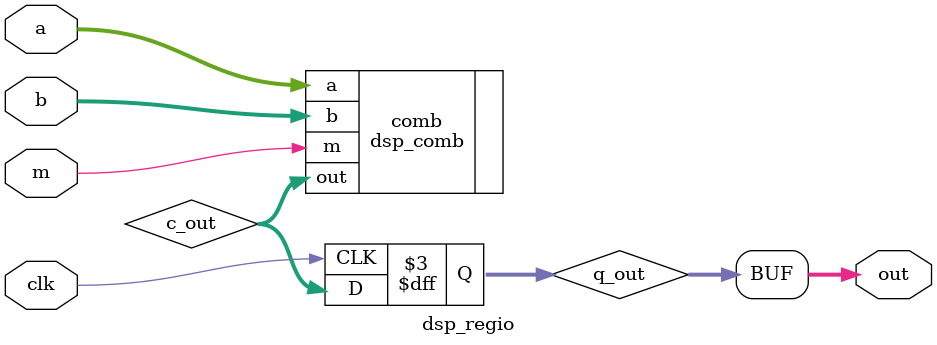
<source format=v>
`include "../dsp_combinational/dsp_comb.sim.v"

/* DSP Block with register on both the inputs and the output */
module dsp_regio (clk, a, b, m, out);
	localparam DATA_WIDTH = 64;

	input wire clk;
	input wire [DATA_WIDTH/2-1:0] a;
	input wire [DATA_WIDTH/2-1:0] b;
	input wire m;
	output wire [DATA_WIDTH-1:0] out;

	/* Input registers */
	reg [DATA_WIDTH/2-1:0] q_a;
	reg [DATA_WIDTH/2-1:0] q_b;
	reg q_m;
	always @(posedge clk) begin
		q_a <= a;
		q_b <= b;
	end

	wire [DATA_WIDTH-1:0] c_out;
	dsp_comb comb (.a(a), .b(b), .m(m), .out(c_out));
	//dsp_comb comb (.a(q_a), .b(q_b), .m(q_m), .out(c_out));

	/* Output register */
	reg [DATA_WIDTH-1:0] q_out;
	always @(posedge clk) begin
		q_out <= c_out;
	end

	assign out = q_out;
endmodule

</source>
